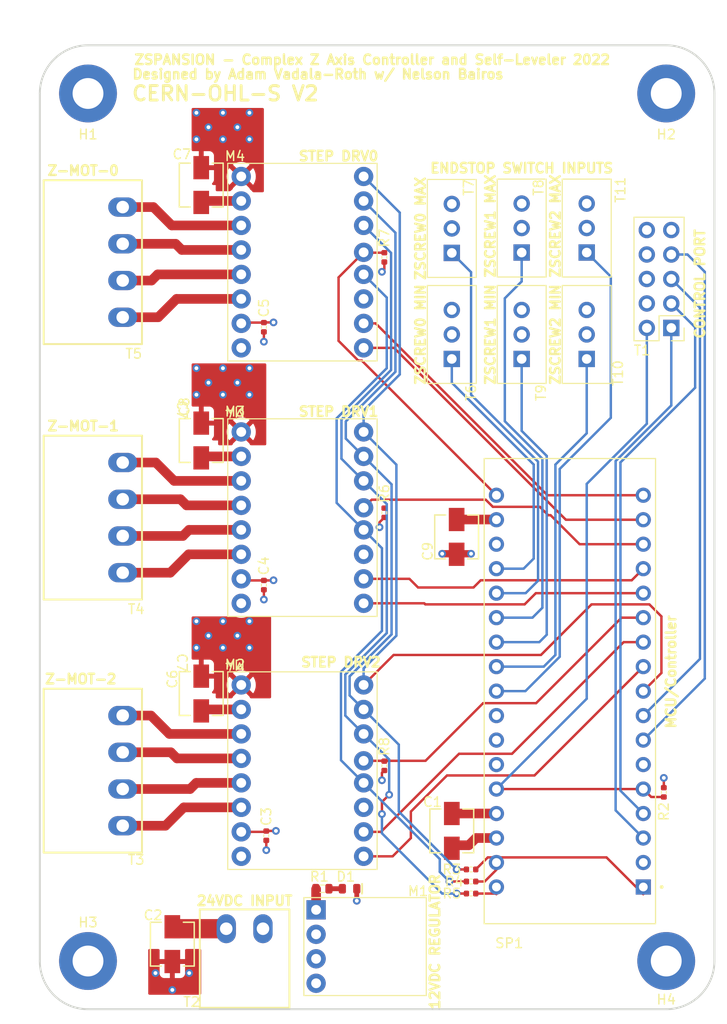
<source format=kicad_pcb>
(kicad_pcb (version 20221018) (generator pcbnew)
  (layers (0 "F.Cu" signal) (1 "In1.Cu" signal) (2 "In2.Cu" signal) (31 "B.Cu" signal) (34 "B.Paste" user) (35 "F.Paste" user) (36 "B.SilkS" user "B.Silkscreen") (37 "F.SilkS" user "F.Silkscreen") (38 "B.Mask" user) (39 "F.Mask" user) (44 "Edge.Cuts" user))
  (net 0 "")
  (net 1 "+12V")
  (net 2 "GND")
  (net 3 "+24V")
  (net 4 "+3V3")
  (net 5 "Net-(D1-Pad1)")
  (net 7 "/SPI_SDO")
  (net 8 "/SPI_CS0")
  (net 10 "/DRV1_STEP")
  (net 11 "/DRV1_DIR")
  (net 12 "/SPI_SDI")
  (net 13 "/SPI_SCK")
  (net 14 "/ENABLE")
  (net 15 "Net-(M2-Pad13)")
  (net 16 "Net-(M2-Pad11)")
  (net 17 "Net-(M2-Pad14)")
  (net 18 "Net-(M2-Pad12)")
  (net 19 "/SPI_CS1")
  (net 21 "/DRV2_STEP")
  (net 22 "/DRV2_DIR")
  (net 23 "Net-(M3-Pad13)")
  (net 24 "Net-(M3-Pad11)")
  (net 25 "Net-(M3-Pad14)")
  (net 26 "Net-(M3-Pad12)")
  (net 27 "/SPI_CS2")
  (net 29 "/DRV3_STEP")
  (net 30 "/DRV3_DIR")
  (net 31 "Net-(M4-Pad13)")
  (net 32 "Net-(M4-Pad11)")
  (net 33 "Net-(M4-Pad14)")
  (net 34 "Net-(M4-Pad12)")
  (net 36 "/UART_TX")
  (net 37 "/UART_RX")
  (net 38 "/SYS_RESET")
  (net 39 "/MASTER_STEP")
  (net 40 "/MASTER_DIR")
  (net 41 "Net-(SP1-Pad21)")
  (net 43 "Net-(SP1-Pad22)")
  (net 44 "Net-(SP1-Pad23)")
  (net 45 "Net-(SP1-Pad24)")
  (net 46 "Net-(SP1-Pad25)")
  (net 47 "Net-(SP1-Pad26)")
  (net 52 "GNDREF")
  (net 53 "Net-(M2-Pad4)")
  (net 54 "Net-(M2-Pad6)")
  (net 55 "Net-(M2-Pad7)")
  (footprint "AVR-KiCAD-Lib-Resistors:R0402" (layer "F.Cu") (at 135.75 98.5 -90)
    (fp_text reference "R6")
    (fp_text value "RC0402FR-0710KL")
  )
  (footprint "AVR-KiCAD-Lib-Holes_Fasteners:M3_HOLE" (layer "F.Cu") (at 165 145)
    (fp_text reference "H4")
    (fp_text value "M3_Plated_Hole")
  )
  (footprint "AVR-KiCAD-Lib-Holes_Fasteners:M3_HOLE" (layer "F.Cu") (at 105 55)
    (fp_text reference "H1")
    (fp_text value "M3_Plated_Hole")
  )
  (footprint "AVR-KiCAD-Lib-Diodes:LED0603" (layer "F.Cu") (at 132.14 137.5)
    (fp_text reference "D1")
    (fp_text value "LTST-C194KGKT")
  )
  (footprint "AVR-KiCAD-Lib-Capacitors:UCM1C470MCL1GS" (layer "F.Cu") (at 116.75 117.25 -90)
    (fp_text reference "C6")
    (fp_text value "UCM1C470MCL1GS" hide)
  )
  (footprint "AVR-KiCAD-Lib-Resistors:R0603" (layer "F.Cu") (at 129.32 137.5)
    (fp_text reference "R1")
    (fp_text value "AT0603FRE0710KL")
  )
  (footprint "AVR-KiCAD-Lib-Resistors:R0402" (layer "F.Cu") (at 164.75 127.5 90)
    (fp_text reference "R2")
    (fp_text value "RC0402FR-071KL")
  )
  (footprint "AVR-KiCAD-Lib-Capacitors:UCM1C470MCL1GS" (layer "F.Cu") (at 116.75 91 -90)
    (fp_text reference "C8")
    (fp_text value "UCM1C470MCL1GS" hide)
  )
  (footprint "AVR-KiCAD-Lib-Resistors:R0402" (layer "F.Cu") (at 144.75 138 180)
    (fp_text reference "R5")
    (fp_text value "RC0402FR-0722RL")
  )
  (footprint "AVR-KiCAD-Lib-Connectors:Shrouded_Pin_Header_Straight_1x03_Pitch2.54mm" (layer "F.Cu") (at 156.75 82.54 180)
    (fp_text reference "T10")
    (fp_text value "0705430002")
  )
  (footprint "AVR-KiCAD-Lib-Resistors:R0402" (layer "F.Cu") (at 123.5 132 -90)
    (fp_text reference "C3")
    (fp_text value "C0402C104K9PACTU")
  )
  (footprint "AVR-KiCAD-Lib-Modules:TMCSILENTSTEPSTICK_SPI" (layer "F.Cu") (at 127.25 99 180)
    (fp_text reference "M3")
    (fp_text value "TMCSILENTSTEPSTICK")
  )
  (footprint "Connector_PinHeader_2.54mm:PinHeader_2x05_P2.54mm_Vertical" (layer "F.Cu") (at 165.525 79.325 180)
    (fp_text reference "T1")
    (fp_text value "PRPC005DAAN-RC")
  )
  (footprint "AVR-KiCAD-Lib-Connectors:Shrouded_Pin_Header_Straight_1x03_Pitch2.54mm" (layer "F.Cu") (at 142.75 71.54 180)
    (fp_text reference "T7")
    (fp_text value "0705430002")
  )
  (footprint "AVR-KiCAD-Lib-Capacitors:UCM1C470MCL1GS" (layer "F.Cu") (at 143.25 101 -90)
    (fp_text reference "C9")
    (fp_text value "UCM1C470MCL1GS" hide)
  )
  (footprint "AVR-KiCAD-Lib-Connectors:Shrouded_Pin_Header_Straight_1x03_Pitch2.54mm" (layer "F.Cu") (at 150 71.5 180)
    (fp_text reference "T8")
    (fp_text value "0705430002")
  )
  (footprint "AVR-KiCAD-Lib-Capacitors:UCM1C470MCL1GS" (layer "F.Cu") (at 116.75 64.5 -90)
    (fp_text reference "C7")
    (fp_text value "UCM1C470MCL1GS" hide)
  )
  (footprint "AVR-KiCAD-Lib-Connectors:0395121004" (layer "F.Cu") (at 108.6 72.5 -90)
    (fp_text reference "T5")
    (fp_text value "0395121004")
  )
  (footprint "AVR-KiCAD-Lib-Resistors:R0402" (layer "F.Cu") (at 135.75 124.75 -90)
    (fp_text reference "R8")
    (fp_text value "RC0402FR-0710KL")
  )
  (footprint "AVR-KiCAD-Lib-Modules:TMCSILENTSTEPSTICK_SPI" (layer "F.Cu") (at 127.25 125.25 180)
    (fp_text reference "M2")
    (fp_text value "TMCSILENTSTEPSTICK")
  )
  (footprint "AVR-KiCAD-Lib-Capacitors:UCM1C470MCL1GS" (layer "F.Cu") (at 142.75 131.5 90)
    (fp_text reference "C1")
    (fp_text value "UCM1C470MCL1GS" hide)
  )
  (footprint "AVR-KiCAD-Lib-Resistors:R0402" (layer "F.Cu") (at 144.75 136.75 180)
    (fp_text reference "R4")
    (fp_text value "RC0402FR-0722RL")
  )
  (footprint "AVR-KiCAD-Lib-Resistors:R0402" (layer "F.Cu") (at 123.25 106 -90)
    (fp_text reference "C4")
    (fp_text value "C0402C104K9PACTU")
  )
  (footprint "AVR-KiCAD-Lib-Resistors:R0402" (layer "F.Cu") (at 123.25 79.25 -90)
    (fp_text reference "C5")
    (fp_text value "C0402C104K9PACTU")
  )
  (footprint "AVR-KiCAD-Lib-Special:ARDUINO_A000053" (layer "F.Cu") (at 155 117 180)
    (fp_text reference "SP1")
    (fp_text value "Arduino_Micro")
  )
  (footprint "AVR-KiCAD-Lib-Resistors:R0402" (layer "F.Cu") (at 144.75 135.5 180)
    (fp_text reference "R3")
    (fp_text value "RC0402FR-0722RL")
  )
  (footprint "AVR-KiCAD-Lib-Connectors:0395121004" (layer "F.Cu") (at 108.6 99 -90)
    (fp_text reference "T4")
    (fp_text value "0395121004")
  )
  (footprint "AVR-KiCAD-Lib-Modules:TMCSILENTSTEPSTICK_SPI" (layer "F.Cu") (at 127.25 72.5 180)
    (fp_text reference "M4")
    (fp_text value "TMCSILENTSTEPSTICK")
  )
  (footprint "AVR-KiCAD-Lib-Holes_Fasteners:M3_HOLE" (layer "F.Cu") (at 105 145)
    (fp_text reference "H3")
    (fp_text value "M3_Plated_Hole")
  )
  (footprint "AVR-KiCAD-Lib-Connectors:0395121004" (layer "F.Cu") (at 108.6 125.25 -90)
    (fp_text reference "T3")
    (fp_text value "0395121004")
  )
  (footprint "AVR-KiCAD-Lib-Connectors:Shrouded_Pin_Header_Straight_1x03_Pitch2.54mm" (layer "F.Cu") (at 150 82.54 180)
    (fp_text reference "T9")
    (fp_text value "0705430002")
  )
  (footprint "AVR-KiCAD-Lib-Connectors:0395121002" (layer "F.Cu") (at 121.25 141.65)
    (fp_text reference "T2")
    (fp_text value "0395121002")
  )
  (footprint "AVR-KiCAD-Lib-Holes_Fasteners:M3_HOLE" (layer "F.Cu") (at 165 55)
    (fp_text reference "H2")
    (fp_text value "M3_Plated_Hole")
  )
  (footprint "AVR-KiCAD-Lib-Connectors:Shrouded_Pin_Header_Straight_1x03_Pitch2.54mm" (layer "F.Cu") (at 156.75 71.5 180)
    (fp_text reference "T11")
    (fp_text value "0705430002")
  )
  (footprint "AVR-KiCAD-Lib-Connectors:Shrouded_Pin_Header_Straight_1x03_Pitch2.54mm" (layer "F.Cu") (at 142.75 82.54 180)
    (fp_text reference "T6")
    (fp_text value "0705430002")
  )
  (footprint "AVR-KiCAD-Lib-Capacitors:UCM1C470MCL1GS" (layer "F.Cu") (at 113.75 143.25 -90)
    (fp_text reference "C2")
    (fp_text value "UCM1C470MCL1GS" hide)
  )
  (footprint "AVR-KiCAD-Lib-Modules:D24V5F12" (layer "F.Cu") (at 128.67 139.69 -90)
    (fp_text reference "M1")
    (fp_text value "D24V5F12")
  )
  (footprint "AVR-KiCAD-Lib-Resistors:R0402" (layer "F.Cu") (at 135.75 72 -90)
    (fp_text reference "R7")
    (fp_text value "RC0402FR-0710KL")
  )
  (gr_line (start 170 145) (end 170 55) (stroke (width 0.2)) (layer "Edge.Cuts"))
  (gr_arc (start 105 150) (mid 101.464466 148.535534) (end 100 145) (stroke (width 0.2)) (layer "Edge.Cuts"))
  (gr_line (start 100 145) (end 100 55) (stroke (width 0.2)) (layer "Edge.Cuts"))
  (gr_line (start 105 150) (end 165 150) (stroke (width 0.2)) (layer "Edge.Cuts"))
  (gr_arc (start 170 145) (mid 168.535534 148.535534) (end 165 150) (stroke (width 0.2)) (layer "Edge.Cuts"))
  (gr_line (start 105 50) (end 165 50) (stroke (width 0.2)) (layer "Edge.Cuts"))
  (gr_arc (start 165 50) (mid 168.535534 51.464466) (end 170 55) (stroke (width 0.2)) (layer "Edge.Cuts"))
  (gr_arc (start 100 55) (mid 101.464466 51.464466) (end 105 50) (stroke (width 0.2)) (layer "Edge.Cuts"))
  (gr_text "ZSCREW1 MAX" (at 146.75 68.75 90) (layer "F.SilkS") (effects (font (size 1 1) (thickness 0.25))))
  (gr_text "ENDSTOP SWITCH INPUTS" (at 150 62.75) (layer "F.SilkS") (effects (font (size 1 1) (thickness 0.25))))
  (gr_text "ZSCREW0 MIN" (at 139.5 80 90) (layer "F.SilkS") (effects (font (size 1 1) (thickness 0.25))))
  (gr_text "M4" (at 120.25 114.25 -180) (layer "F.SilkS") (effects (font (size 1 1))))
  (gr_text "Z-MOT-0" (at 104.5 63) (layer "F.SilkS") (effects (font (size 1 1) (thickness 0.25))))
  (gr_text "Z-MOT-2" (at 104.25 115.75) (layer "F.SilkS") (effects (font (size 1 1) (thickness 0.25))))
  (gr_text "STEP DRV0" (at 131 61.5) (layer "F.SilkS") (effects (font (size 1 1) (thickness 0.25))))
  (gr_text "CERN-OHL-S V2" (at 119.25 55) (layer "F.SilkS") (effects (font (size 1.5 1.5) (thickness 0.3))))
  (gr_text "C7" (at 114.75 114.0534 270) (layer "F.SilkS") (effects (font (size 1 1))))
  (gr_text "Z-MOT-1" (at 104.5 89.5) (layer "F.SilkS") (effects (font (size 1 1) (thickness 0.25))))
  (gr_text "STEP DRV1" (at 131 88) (layer "F.SilkS") (effects (font (size 1 1) (thickness 0.25))))
  (gr_text "12VDC REGULATOR" (at 141 143 90) (layer "F.SilkS") (effects (font (size 1 1) (thickness 0.25))))
  (gr_text "ZSCREW2 MIN" (at 153.5 80 90) (layer "F.SilkS") (effects (font (size 1 1) (thickness 0.25))))
  (gr_text "M4" (at 120.25 88 -180) (layer "F.SilkS") (effects (font (size 1 1))))
  (gr_text "C7" (at 114.75 87.8034 270) (layer "F.SilkS") (effects (font (size 1 1))))
  (gr_text "ZSCREW2 MAX" (at 153.5 68.75 90) (layer "F.SilkS") (effects (font (size 1 1) (thickness 0.25))))
  (gr_text "ZSPANSION - Complex Z Axis Controller and Self-Leveler 2022" (at 134.5 51.5) (layer "F.SilkS") (effects (font (size 1 1) (thickness 0.25))))
  (gr_text "STEP DRV2" (at 131.25 114) (layer "F.SilkS") (effects (font (size 1 1) (thickness 0.25))))
  (gr_text "24VDC INPUT" (at 121.25 138.75) (layer "F.SilkS") (effects (font (size 1 1) (thickness 0.25))))
  (gr_text "CONTROL PORT" (at 168.5 74.75 90) (layer "F.SilkS") (effects (font (size 1 1) (thickness 0.25))))
  (gr_text "ZSCREW1 MIN" (at 146.75 80 90) (layer "F.SilkS") (effects (font (size 1 1) (thickness 0.25))))
  (gr_text "ZSCREW0 MAX" (at 139.5 69 90) (layer "F.SilkS") (effects (font (size 1 1) (thickness 0.25))))
  (gr_text "MCU/Controller" (at 165.5 115 90) (layer "F.SilkS") (effects (font (size 1 1) (thickness 0.25))))
  (gr_text "Designed by Adam Vadala-Roth w/ Nelson Bairos " (at 129.25 53) (layer "F.SilkS") (effects (font (size 1 1) (thickness 0.25))))
  (segment (start 147.38 132.24) (end 145.26 132.24) (width 1) (layer "F.Cu") (net 1))
  (segment (start 128.67 139.69) (end 128.67 137.53) (width 1) (layer "F.Cu") (net 1))
  (segment (start 145.26 132.24) (end 144.51 132.99) (width 1) (layer "F.Cu") (net 1))
  (segment (start 128.67 137.53) (end 128.64 137.5) (width 0.25) (layer "F.Cu") (net 1))
  (segment (start 144.51 132.99) (end 143.0634 132.99) (width 1) (layer "F.Cu") (net 1))
  (segment (start 143.0634 132.99) (end 142.75 133.3034) (width 0.25) (layer "F.Cu") (net 1))
  (segment (start 123.25 107.5) (end 123.25 106.483) (width 0.25) (layer "F.Cu") (net 2))
  (segment (start 120.9 66.15) (end 116.9034 66.15) (width 1) (layer "F.Cu") (net 2))
  (segment (start 123.5 133.5) (end 123.5 132.483) (width 0.25) (layer "F.Cu") (net 2))
  (segment (start 147.38 129.7) (end 147.3766 129.6966) (width 1) (layer "F.Cu") (net 2))
  (segment (start 116.9034 66.15) (end 116.75 66.3034) (width 0.25) (layer "F.Cu") (net 2))
  (segment (start 116.9034 92.65) (end 116.75 92.8034) (width 0.25) (layer "F.Cu") (net 2))
  (segment (start 120.9 92.65) (end 116.9034 92.65) (width 1) (layer "F.Cu") (net 2))
  (segment (start 132.89 137.5) (end 132.89 138.75) (width 0.5) (layer "F.Cu") (net 2))
  (segment (start 116.9034 118.9) (end 116.75 119.0534) (width 0.25) (layer "F.Cu") (net 2))
  (segment (start 123.25 79.733) (end 123.25 80.75) (width 0.25) (layer "F.Cu") (net 2))
  (segment (start 120.9 118.9) (end 116.9034 118.9) (width 1) (layer "F.Cu") (net 2))
  (segment (start 141.75 102.75) (end 144.75 102.75) (width 0.75) (layer "F.Cu") (net 2))
  (segment (start 147.3766 129.6966) (end 142.75 129.6966) (width 1) (layer "F.Cu") (net 2))
  (via (at 113.75 148) (size 0.8) (drill 0.4) (layers "F.Cu" "B.Cu") (net 2))
  (via (at 112 146.25) (size 0.8) (drill 0.4) (layers "F.Cu" "B.Cu") (net 2))
  (via (at 115.5 146.25) (size 0.8) (drill 0.4) (layers "F.Cu" "B.Cu") (net 2))
  (via (at 132.89 138.75) (size 0.8) (drill 0.4) (layers "F.Cu" "B.Cu") (net 2))
  (via (at 123.5 133.5) (size 0.8) (drill 0.4) (layers "F.Cu" "B.Cu") (net 2))
  (via (at 144.75 102.75) (size 0.8) (drill 0.4) (layers "F.Cu" "B.Cu") (net 2))
  (via (at 141.75 102.75) (size 0.8) (drill 0.4) (layers "F.Cu" "B.Cu") (net 2))
  (via (at 123.25 107.5) (size 0.8) (drill 0.4) (layers "F.Cu" "B.Cu") (net 2))
  (via (at 123.25 80.75) (size 0.8) (drill 0.4) (layers "F.Cu" "B.Cu") (net 2))
  (segment (start 113.9534 141.65) (end 119.345 141.65) (width 2) (layer "F.Cu") (net 3))
  (segment (start 113.75 141.4466) (end 113.9534 141.65) (width 0.25) (layer "F.Cu") (net 3))
  (via (at 121.75 86.25) (size 0.8) (drill 0.4) (layers "F.Cu" "B.Cu") (net 3))
  (via (at 116.25 83.5) (size 0.8) (drill 0.4) (layers "F.Cu" "B.Cu") (net 3))
  (via (at 121.75 57) (size 0.8) (drill 0.4) (layers "F.Cu" "B.Cu") (net 3))
  (via (at 121.75 83.5) (size 0.8) (drill 0.4) (layers "F.Cu" "B.Cu") (net 3))
  (via (at 119 109.75) (size 0.8) (drill 0.4) (layers "F.Cu" "B.Cu") (net 3))
  (via (at 116.25 109.75) (size 0.8) (drill 0.4) (layers "F.Cu" "B.Cu") (net 3))
  (via (at 117.5 58.5) (size 0.8) (drill 0.4) (layers "F.Cu" "B.Cu") (net 3))
  (via (at 117.5 111.25) (size 0.8) (drill 0.4) (layers "F.Cu" "B.Cu") (net 3))
  (via (at 119 86.25) (size 0.8) (drill 0.4) (layers "F.Cu" "B.Cu") (net 3))
  (via (at 120.5 111.25) (size 0.8) (drill 0.4) (layers "F.Cu" "B.Cu") (net 3))
  (via (at 117.5 85) (size 0.8) (drill 0.4) (layers "F.Cu" "B.Cu") (net 3))
  (via (at 119 57) (size 0.8) (drill 0.4) (layers "F.Cu" "B.Cu") (net 3))
  (via (at 121.75 109.75) (size 0.8) (drill 0.4) (layers "F.Cu" "B.Cu") (net 3))
  (via (at 119 59.75) (size 0.8) (drill 0.4) (layers "F.Cu" "B.Cu") (net 3))
  (via (at 120.5 58.5) (size 0.8) (drill 0.4) (layers "F.Cu" "B.Cu") (net 3))
  (via (at 119 83.5) (size 0.8) (drill 0.4) (layers "F.Cu" "B.Cu") (net 3))
  (via (at 116.25 86.25) (size 0.8) (drill 0.4) (layers "F.Cu" "B.Cu") (net 3))
  (via (at 116.25 112.5) (size 0.8) (drill 0.4) (layers "F.Cu" "B.Cu") (net 3))
  (via (at 119 112.5) (size 0.8) (drill 0.4) (layers "F.Cu" "B.Cu") (net 3))
  (via (at 116.25 57) (size 0.8) (drill 0.4) (layers "F.Cu" "B.Cu") (net 3))
  (via (at 121.75 59.75) (size 0.8) (drill 0.4) (layers "F.Cu" "B.Cu") (net 3))
  (via (at 120.5 85) (size 0.8) (drill 0.4) (layers "F.Cu" "B.Cu") (net 3))
  (via (at 116.25 59.75) (size 0.8) (drill 0.4) (layers "F.Cu" "B.Cu") (net 3))
  (via (at 121.75 112.5) (size 0.8) (drill 0.4) (layers "F.Cu" "B.Cu") (net 3))
  (segment (start 147.3566 99.1966) (end 143.25 99.1966) (width 1) (layer "F.Cu") (net 4))
  (segment (start 135.75 73.25) (end 135.75 72.483) (width 0.25) (layer "F.Cu") (net 4))
  (segment (start 123.25 105.517) (end 121.067 105.517) (width 0.25) (layer "F.Cu") (net 4))
  (segment (start 123.25 78.767) (end 120.983 78.767) (width 0.25) (layer "F.Cu") (net 4))
  (segment (start 135.25 99.483) (end 135.75 98.983) (width 0.25) (layer "F.Cu") (net 4))
  (segment (start 120.983 78.767) (end 120.9 78.85) (width 0.25) (layer "F.Cu") (net 4))
  (segment (start 121.067 105.517) (end 120.9 105.35) (width 0.25) (layer "F.Cu") (net 4))
  (segment (start 124.25 78.75) (end 123.267 78.75) (width 0.25) (layer "F.Cu") (net 4))
  (segment (start 123.25 105.517) (end 124.233 105.517) (width 0.25) (layer "F.Cu") (net 4))
  (segment (start 123.267 78.75) (end 123.25 78.767) (width 0.25) (layer "F.Cu") (net 4))
  (segment (start 147.38 99.22) (end 147.3566 99.1966) (width 1) (layer "F.Cu") (net 4))
  (segment (start 123.517 131.5) (end 123.5 131.517) (width 0.25) (layer "F.Cu") (net 4))
  (segment (start 123.5 131.517) (end 123.417 131.6) (width 0.25) (layer "F.Cu") (net 4))
  (segment (start 124.5 131.5) (end 123.517 131.5) (width 0.25) (layer "F.Cu") (net 4))
  (segment (start 164.75 127.017) (end 164.75 126) (width 0.25) (layer "F.Cu") (net 4))
  (segment (start 135.5 125.483) (end 135.75 125.233) (width 0.25) (layer "F.Cu") (net 4))
  (segment (start 124.233 105.517) (end 124.25 105.5) (width 0.25) (layer "F.Cu") (net 4))
  (segment (start 135.5 73.5) (end 135.75 73.25) (width 0.25) (layer "F.Cu") (net 4))
  (segment (start 135.25 100) (end 135.25 99.483) (width 0.25) (layer "F.Cu") (net 4))
  (segment (start 135.5 126.25) (end 135.5 125.483) (width 0.25) (layer "F.Cu") (net 4))
  (segment (start 123.417 131.6) (end 120.9 131.6) (width 0.25) (layer "F.Cu") (net 4))
  (via (at 124.5 131.5) (size 0.8) (drill 0.4) (layers "F.Cu" "B.Cu") (net 4))
  (via (at 135.25 100) (size 0.8) (drill 0.4) (layers "F.Cu" "B.Cu") (net 4))
  (via (at 124.25 105.5) (size 0.8) (drill 0.4) (layers "F.Cu" "B.Cu") (net 4))
  (via (at 135.5 126.25) (size 0.8) (drill 0.4) (layers "F.Cu" "B.Cu") (net 4))
  (via (at 124.25 78.75) (size 0.8) (drill 0.4) (layers "F.Cu" "B.Cu") (net 4))
  (via (at 164.75 126) (size 0.8) (drill 0.4) (layers "F.Cu" "B.Cu") (net 4))
  (via (at 135.5 73.5) (size 0.8) (drill 0.4) (layers "F.Cu" "B.Cu") (net 4))
  (segment (start 130 137.5) (end 131.39 137.5) (width 0.5) (layer "F.Cu") (net 5))
  (segment (start 145.233 136.75) (end 146.16 136.75) (width 0.25) (layer "F.Cu") (net 7))
  (segment (start 146.16 136.75) (end 147.38 135.53) (width 0.25) (layer "F.Cu") (net 7))
  (segment (start 151.5 118.25) (end 160.37 109.38) (width 0.25) (layer "F.Cu") (net 8))
  (segment (start 140.02 124.23) (end 146 118.25) (width 0.25) (layer "F.Cu") (net 8))
  (segment (start 160.37 109.38) (end 162.62 109.38) (width 0.25) (layer "F.Cu") (net 8))
  (segment (start 146 118.25) (end 151.5 118.25) (width 0.25) (layer "F.Cu") (net 8))
  (segment (start 133.6 124.23) (end 140.02 124.23) (width 0.25) (layer "F.Cu") (net 8))
  (segment (start 133.6 131.6) (end 135.4 131.6) (width 0.25) (layer "F.Cu") (net 10))
  (segment (start 160.58 111.92) (end 162.62 111.92) (width 0.25) (layer "F.Cu") (net 10))
  (segment (start 149 123.5) (end 160.58 111.92) (width 0.25) (layer "F.Cu") (net 10))
  (segment (start 135.4 131.6) (end 143.5 123.5) (width 0.25) (layer "F.Cu") (net 10))
  (segment (start 143.5 123.5) (end 149 123.5) (width 0.25) (layer "F.Cu") (net 10))
  (segment (start 133.6 134.14) (end 136.61 134.14) (width 0.25) (layer "F.Cu") (net 11))
  (segment (start 138.5 132.25) (end 138.5 129.5) (width 0.25) (layer "F.Cu") (net 11))
  (segment (start 151.33 125.75) (end 162.62 114.46) (width 0.25) (layer "F.Cu") (net 11))
  (segment (start 138.5 129.5) (end 142.25 125.75) (width 0.25) (layer "F.Cu") (net 11))
  (segment (start 136.61 134.14) (end 138.5 132.25) (width 0.25) (layer "F.Cu") (net 11))
  (segment (start 142.25 125.75) (end 151.33 125.75) (width 0.25) (layer "F.Cu") (net 11))
  (segment (start 145.233 138) (end 147.31 138) (width 0.25) (layer "F.Cu") (net 12))
  (segment (start 147.31 138) (end 147.38 138.07) (width 0.25) (layer "F.Cu") (net 12))
  (segment (start 145.233 135.5) (end 146.483 134.25) (width 0.25) (layer "F.Cu") (net 13))
  (segment (start 158.8 134.25) (end 162.62 138.07) (width 0.25) (layer "F.Cu") (net 13))
  (segment (start 146.483 134.25) (end 158.8 134.25) (width 0.25) (layer "F.Cu") (net 13))
  (segment (start 164.5 115.12) (end 164.5 109.25) (width 0.25) (layer "F.Cu") (net 14))
  (segment (start 152 113.25) (end 136.71 113.25) (width 0.25) (layer "F.Cu") (net 14))
  (segment (start 163.25 108) (end 157.25 108) (width 0.25) (layer "F.Cu") (net 14))
  (segment (start 164.5 109.25) (end 163.25 108) (width 0.25) (layer "F.Cu") (net 14))
  (segment (start 157.25 108) (end 152 113.25) (width 0.25) (layer "F.Cu") (net 14))
  (segment (start 136.71 113.25) (end 133.6 116.36) (width 0.25) (layer "F.Cu") (net 14))
  (segment (start 162.62 117) (end 164.5 115.12) (width 0.25) (layer "F.Cu") (net 14))
  (segment (start 133.6 90.11) (end 133.6 87.9) (width 0.25) (layer "B.Cu") (net 14))
  (segment (start 137.348531 84.151469) (end 137.348531 67.358531) (width 0.25) (layer "B.Cu") (net 14))
  (segment (start 137 111.25) (end 137 93.51) (width 0.25) (layer "B.Cu") (net 14))
  (segment (start 133.6 116.36) (end 133.6 114.65) (width 0.25) (layer "B.Cu") (net 14))
  (segment (start 133.6 87.9) (end 137.348531 84.151469) (width 0.25) (layer "B.Cu") (net 14))
  (segment (start 137 93.51) (end 133.6 90.11) (width 0.25) (layer "B.Cu") (net 14))
  (segment (start 133.6 114.65) (end 137 111.25) (width 0.25) (layer "B.Cu") (net 14))
  (segment (start 137.348531 67.358531) (end 133.6 63.61) (width 0.25) (layer "B.Cu") (net 14))
  (segment (start 115.595 127.155) (end 116.23 126.52) (width 1) (layer "F.Cu") (net 15))
  (segment (start 116.23 126.52) (end 120.9 126.52) (width 1) (layer "F.Cu") (net 15))
  (segment (start 108.6 127.155) (end 115.595 127.155) (width 1) (layer "F.Cu") (net 15))
  (segment (start 113.44 121.44) (end 111.535 119.535) (width 1) (layer "F.Cu") (net 16))
  (segment (start 111.535 119.535) (end 108.6 119.535) (width 1) (layer "F.Cu") (net 16))
  (segment (start 120.9 121.44) (end 113.44 121.44) (width 1) (layer "F.Cu") (net 16))
  (segment (start 113.035 130.965) (end 114.94 129.06) (width 1) (layer "F.Cu") (net 17))
  (segment (start 108.6 130.965) (end 113.035 130.965) (width 1) (layer "F.Cu") (net 17))
  (segment (start 114.94 129.06) (end 120.9 129.06) (width 1) (layer "F.Cu") (net 17))
  (segment (start 120.9 123.98) (end 114.23 123.98) (width 1) (layer "F.Cu") (net 18))
  (segment (start 114.23 123.98) (end 113.595 123.345) (width 1) (layer "F.Cu") (net 18))
  (segment (start 113.595 123.345) (end 108.6 123.345) (width 1) (layer "F.Cu") (net 18))
  (segment (start 151.87952 97.87952) (end 147.007039 97.87952) (width 0.25) (layer "F.Cu") (net 19))
  (segment (start 156.01 101.76) (end 153 98.75) (width 0.25) (layer "F.Cu") (net 19))
  (segment (start 152.75 98.75) (end 151.87952 97.87952) (width 0.25) (layer "F.Cu") (net 19))
  (segment (start 153 98.75) (end 152.75 98.75) (width 0.25) (layer "F.Cu") (net 19))
  (segment (start 146.268089 97.14057) (end 134.43943 97.14057) (width 0.25) (layer "F.Cu") (net 19))
  (segment (start 162.62 101.76) (end 156.01 101.76) (width 0.25) (layer "F.Cu") (net 19))
  (segment (start 134.43943 97.14057) (end 133.6 97.98) (width 0.25) (layer "F.Cu") (net 19))
  (segment (start 147.007039 97.87952) (end 146.268089 97.14057) (width 0.25) (layer "F.Cu") (net 19))
  (segment (start 161.42 105.5) (end 162.62 104.3) (width 0.25) (layer "F.Cu") (net 21))
  (segment (start 139.25 106.25) (end 145 106.25) (width 0.25) (layer "F.Cu") (net 21))
  (segment (start 133.6 105.35) (end 138.35 105.35) (width 0.25) (layer "F.Cu") (net 21))
  (segment (start 138.35 105.35) (end 139.25 106.25) (width 0.25) (layer "F.Cu") (net 21))
  (segment (start 145 106.25) (end 145.75 105.5) (width 0.25) (layer "F.Cu") (net 21))
  (segment (start 145.75 105.5) (end 161.42 105.5) (width 0.25) (layer "F.Cu") (net 21))
  (segment (start 140 108) (end 150.307148 108) (width 0.25) (layer "F.Cu") (net 22))
  (segment (start 151.467148 106.84) (end 162.62 106.84) (width 0.25) (layer "F.Cu") (net 22))
  (segment (start 139.89 107.89) (end 140 108) (width 0.25) (layer "F.Cu") (net 22))
  (segment (start 150.307148 108) (end 151.467148 106.84) (width 0.25) (layer "F.Cu") (net 22))
  (segment (start 133.6 107.89) (end 139.89 107.89) (width 0.25) (layer "F.Cu") (net 22))
  (segment (start 108.6 100.905) (end 114.845 100.905) (width 1) (layer "F.Cu") (net 23))
  (segment (start 115.48 100.27) (end 120.9 100.27) (width 1) (layer "F.Cu") (net 23))
  (segment (start 114.845 100.905) (end 115.48 100.27) (width 1) (layer "F.Cu") (net 23))
  (segment (start 120.9 95.19) (end 113.94 95.19) (width 1) (layer "F.Cu") (net 24))
  (segment (start 112.035 93.285) (end 108.6 93.285) (width 1) (layer "F.Cu") (net 24))
  (segment (start 113.94 95.19) (end 112.035 93.285) (width 1) (layer "F.Cu") (net 24))
  (segment (start 113.535 104.715) (end 108.6 104.715) (width 1) (layer "F.Cu") (net 25))
  (segment (start 120.9 102.81) (end 115.44 102.81) (width 1) (layer "F.Cu") (net 25))
  (segment (start 115.44 102.81) (end 113.535 104.715) (width 1) (layer "F.Cu") (net 25))
  (segment (start 115.23 97.73) (end 120.9 97.73) (width 1) (layer "F.Cu") (net 26))
  (segment (start 108.6 97.095) (end 114.595 97.095) (width 1) (layer "F.Cu") (net 26))
  (segment (start 114.595 97.095) (end 115.23 97.73) (width 1) (layer "F.Cu") (net 26))
  (segment (start 135.75 71.517) (end 133.637 71.517) (width 0.25) (layer "F.Cu") (net 27))
  (segment (start 133.051368 82.714511) (end 131 80.663143) (width 0.25) (layer "F.Cu") (net 27))
  (segment (start 133.637 71.517) (end 133.6 71.48) (width 0.25) (layer "F.Cu") (net 27))
  (segment (start 131 80.663143) (end 131 74.08) (width 0.25) (layer "F.Cu") (net 27))
  (segment (start 133.414511 82.714511) (end 133.051368 82.714511) (width 0.25) (layer "F.Cu") (net 27))
  (segment (start 131 74.08) (end 133.6 71.48) (width 0.25) (layer "F.Cu") (net 27))
  (segment (start 147.38 96.68) (end 133.414511 82.714511) (width 0.25) (layer "F.Cu") (net 27))
  (segment (start 152.68 96.68) (end 162.62 96.68) (width 0.25) (layer "F.Cu") (net 29))
  (segment (start 133.6 78.85) (end 134.85 78.85) (width 0.25) (layer "F.Cu") (net 29))
  (segment (start 134.85 78.85) (end 152.68 96.68) (width 0.25) (layer "F.Cu") (net 29))
  (segment (start 154.584296 99.22) (end 162.62 99.22) (width 0.25) (layer "F.Cu") (net 30))
  (segment (start 136.754296 81.39) (end 154.584296 99.22) (width 0.25) (layer "F.Cu") (net 30))
  (segment (start 133.6 81.39) (end 136.754296 81.39) (width 0.25) (layer "F.Cu") (net 30))
  (segment (start 120.9 73.77) (end 112.23 73.77) (width 1) (layer "F.Cu") (net 31))
  (segment (start 111.595 74.405) (end 108.6 74.405) (width 1) (layer "F.Cu") (net 31))
  (segment (start 112.23 73.77) (end 111.595 74.405) (width 1) (layer "F.Cu") (net 31))
  (segment (start 111.785 66.785) (end 108.6 66.785) (width 1) (layer "F.Cu") (net 32))
  (segment (start 113.69 68.69) (end 111.785 66.785) (width 1) (layer "F.Cu") (net 32))
  (segment (start 120.9 68.69) (end 113.69 68.69) (width 1) (layer "F.Cu") (net 32))
  (segment (start 114.19 76.31) (end 112.285 78.215) (width 1) (layer "F.Cu") (net 33))
  (segment (start 112.285 78.215) (end 108.6 78.215) (width 1) (layer "F.Cu") (net 33))
  (segment (start 120.9 76.31) (end 114.19 76.31) (width 1) (layer "F.Cu") (net 33))
  (segment (start 114.73 71.23) (end 114.095 70.595) (width 1) (layer "F.Cu") (net 34))
  (segment (start 114.095 70.595) (end 108.6 70.595) (width 1) (layer "F.Cu") (net 34))
  (segment (start 120.9 71.23) (end 114.73 71.23) (width 1) (layer "F.Cu") (net 34))
  (segment (start 159.75 129.37) (end 159.75 93.135704) (width 0.25) (layer "B.Cu") (net 36))
  (segment (start 159.75 93.135704) (end 165.525 87.360704) (width 0.25) (layer "B.Cu") (net 36))
  (segment (start 162.62 132.24) (end 159.75 129.37) (width 0.25) (layer "B.Cu") (net 36))
  (segment (start 165.525 87.360704) (end 165.525 79.325) (width 0.25) (layer "B.Cu") (net 36))
  (segment (start 160.25 93.271408) (end 160.25 127.33) (width 0.25) (layer "B.Cu") (net 37))
  (segment (start 165.525 76.785) (end 168 79.26) (width 0.25) (layer "B.Cu") (net 37))
  (segment (start 168 79.26) (end 168 85.521408) (width 0.25) (layer "B.Cu") (net 37))
  (segment (start 160.25 127.33) (end 162.62 129.7) (width 0.25) (layer "B.Cu") (net 37))
  (segment (start 168 85.521408) (end 160.25 93.271408) (width 0.25) (layer "B.Cu") (net 37))
  (segment (start 163.443 127.983) (end 164.75 127.983) (width 0.25) (layer "F.Cu") (net 38))
  (segment (start 147.38 127.16) (end 162.62 127.16) (width 0.25) (layer "F.Cu") (net 38))
  (segment (start 162.62 127.16) (end 163.443 127.983) (width 0.25) (layer "F.Cu") (net 38))
  (segment (start 156.75 95.5) (end 156.75 117.79) (width 0.25) (layer "B.Cu") (net 38))
  (segment (start 162.985 79.325) (end 162.985 89.265) (width 0.25) (layer "B.Cu") (net 38))
  (segment (start 162.985 89.265) (end 156.75 95.5) (width 0.25) (layer "B.Cu") (net 38))
  (segment (start 156.75 117.79) (end 147.38 127.16) (width 0.25) (layer "B.Cu") (net 38))
  (segment (start 167.205 71.705) (end 169 73.5) (width 0.25) (layer "B.Cu") (net 39))
  (segment (start 169 115.7) (end 162.62 122.08) (width 0.25) (layer "B.Cu") (net 39))
  (segment (start 169 73.5) (end 169 115.7) (width 0.25) (layer "B.Cu") (net 39))
  (segment (start 165.525 71.705) (end 167.205 71.705) (width 0.25) (layer "B.Cu") (net 39))
  (segment (start 162.62 119.54) (end 168.5 113.66) (width 0.25) (layer "B.Cu") (net 40))
  (segment (start 168.5 77.22) (end 165.525 74.245) (width 0.25) (layer "B.Cu") (net 40))
  (segment (start 168.5 113.66) (end 168.5 77.22) (width 0.25) (layer "B.Cu") (net 40))
  (segment (start 150.2 104.3) (end 151.25 103.25) (width 0.25) (layer "B.Cu") (net 41))
  (segment (start 142.75 85) (end 142.75 82.54) (width 0.25) (layer "B.Cu") (net 41))
  (segment (start 147.38 104.3) (end 150.2 104.3) (width 0.25) (layer "B.Cu") (net 41))
  (segment (start 151.25 93.5) (end 142.75 85) (width 0.25) (layer "B.Cu") (net 41))
  (segment (start 151.25 103.25) (end 151.25 93.5) (width 0.25) (layer "B.Cu") (net 41))
  (segment (start 144.75 86.25) (end 144.75 73.54) (width 0.25) (layer "B.Cu") (net 43))
  (segment (start 144.75 73.54) (end 142.75 71.54) (width 0.25) (layer "B.Cu") (net 43))
  (segment (start 151.69951 93.19951) (end 144.75 86.25) (width 0.25) (layer "B.Cu") (net 43))
  (segment (start 150.41 106.84) (end 151.69951 105.55049) (width 0.25) (layer "B.Cu") (net 43))
  (segment (start 151.69951 105.55049) (end 151.69951 93.19951) (width 0.25) (layer "B.Cu") (net 43))
  (segment (start 147.38 106.84) (end 150.41 106.84) (width 0.25) (layer "B.Cu") (net 43))
  (segment (start 152.149021 108.350979) (end 152.149021 92.899021) (width 0.25) (layer "B.Cu") (net 44))
  (segment (start 148.25 89) (end 148.25 76.25) (width 0.25) (layer "B.Cu") (net 44))
  (segment (start 152.149021 92.899021) (end 148.25 89) (width 0.25) (layer "B.Cu") (net 44))
  (segment (start 147.38 109.38) (end 151.12 109.38) (width 0.25) (layer "B.Cu") (net 44))
  (segment (start 150 74.5) (end 150 71.5) (width 0.25) (layer "B.Cu") (net 44))
  (segment (start 148.25 76.25) (end 150 74.5) (width 0.25) (layer "B.Cu") (net 44))
  (segment (start 151.12 109.38) (end 152.149021 108.350979) (width 0.25) (layer "B.Cu") (net 44))
  (segment (start 147.38 111.92) (end 151.83 111.92) (width 0.25) (layer "B.Cu") (net 45))
  (segment (start 152.598534 111.151466) (end 152.598534 92.598534) (width 0.25) (layer "B.Cu") (net 45))
  (segment (start 152.598534 92.598534) (end 150 90) (width 0.25) (layer "B.Cu") (net 45))
  (segment (start 150 90) (end 150 82.54) (width 0.25) (layer "B.Cu") (net 45))
  (segment (start 151.83 111.92) (end 152.598534 111.151466) (width 0.25) (layer "B.Cu") (net 45))
  (segment (start 152.29 114.46) (end 153.5 113.25) (width 0.25) (layer "B.Cu") (net 46))
  (segment (start 156.75 90.25) (end 156.75 82.54) (width 0.25) (layer "B.Cu") (net 46))
  (segment (start 153.5 113.25) (end 153.5 93.5) (width 0.25) (layer "B.Cu") (net 46))
  (segment (start 153.5 93.5) (end 156.75 90.25) (width 0.25) (layer "B.Cu") (net 46))
  (segment (start 147.38 114.46) (end 152.29 114.46) (width 0.25) (layer "B.Cu") (net 46))
  (segment (start 150.385704 117) (end 153.949511 113.436193) (width 0.25) (layer "B.Cu") (net 47))
  (segment (start 153.949511 113.436193) (end 153.949511 93.949511) (width 0.25) (layer "B.Cu") (net 47))
  (segment (start 159.25 88.649022) (end 159.25 74) (width 0.25) (layer "B.Cu") (net 47))
  (segment (start 153.949511 93.949511) (end 159.25 88.649022) (width 0.25) (layer "B.Cu") (net 47))
  (segment (start 159.25 74) (end 156.75 71.5) (width 0.25) (layer "B.Cu") (net 47))
  (segment (start 147.38 117) (end 150.385704 117) (width 0.25) (layer "B.Cu") (net 47))
  (segment (start 144.267 136.75) (end 142.5 136.75) (width 0.25) (layer "F.Cu") (net 53))
  (via (at 142.5 136.75) (size 0.8) (drill 0.4) (layers "F.Cu" "B.Cu") (net 53))
  (segment (start 131.25 124.17) (end 131.25 115) (width 0.25) (layer "B.Cu") (net 53))
  (segment (start 141.5 135.75) (end 142.5 136.75) (width 0.25) (layer "B.Cu") (net 53))
  (segment (start 136 76.17) (end 133.6 73.77) (width 0.25) (layer "B.Cu") (net 53))
  (segment (start 133.6 126.52) (end 131.25 124.17) (width 0.25) (layer "B.Cu") (net 53))
  (segment (start 135.5 102.17) (end 133.6 100.27) (width 0.25) (layer "B.Cu") (net 53))
  (segment (start 130.800489 97.470489) (end 130.800489 88.699511) (width 0.25) (layer "B.Cu") (net 53))
  (segment (start 131.25 115) (end 135.5 110.75) (width 0.25) (layer "B.Cu") (net 53))
  (segment (start 136 83.5) (end 136 76.17) (width 0.25) (layer "B.Cu") (net 53))
  (segment (start 133.6 100.27) (end 130.800489 97.470489) (width 0.25) (layer "B.Cu") (net 53))
  (segment (start 141.5 134.42) (end 141.5 135.75) (width 0.25) (layer "B.Cu") (net 53))
  (segment (start 135.5 110.75) (end 135.5 102.17) (width 0.25) (layer "B.Cu") (net 53))
  (segment (start 130.800489 88.699511) (end 136 83.5) (width 0.25) (layer "B.Cu") (net 53))
  (segment (start 133.6 126.52) (end 141.5 134.42) (width 0.25) (layer "B.Cu") (net 53))
  (segment (start 135.5 129.75) (end 135.5 128.5) (width 0.25) (layer "F.Cu") (net 54))
  (segment (start 135.5 128.5) (end 136.25 127.75) (width 0.25) (layer "F.Cu") (net 54))
  (segment (start 144.267 138) (end 143.25 138) (width 0.25) (layer "F.Cu") (net 54))
  (via (at 143.25 138) (size 0.8) (drill 0.4) (layers "F.Cu" "B.Cu") (net 54))
  (via (at 135.5 129.75) (size 0.8) (drill 0.4) (layers "F.Cu" "B.Cu") (net 54))
  (via (at 136.25 127.75) (size 0.8) (drill 0.4) (layers "F.Cu" "B.Cu") (net 54))
  (segment (start 136.44951 71.53951) (end 133.6 68.69) (width 0.25) (layer "B.Cu") (net 54))
  (segment (start 136.25 127.75) (end 136.25 124.09) (width 0.25) (layer "B.Cu") (net 54))
  (segment (start 136.449511 83.686193) (end 136.44951 71.53951) (width 0.25) (layer "B.Cu") (net 54))
  (segment (start 136 110.978592) (end 136 97.59) (width 0.25) (layer "B.Cu") (net 54))
  (segment (start 135.5 131.75) (end 135.5 129.75) (width 0.25) (layer "B.Cu") (net 54))
  (segment (start 133.6 95.19) (end 131.30049 92.89049) (width 0.25) (layer "B.Cu") (net 54))
  (segment (start 133.6 121.44) (end 131.699511 119.539511) (width 0.25) (layer "B.Cu") (net 54))
  (segment (start 131.699511 115.279081) (end 136 110.978592) (width 0.25) (layer "B.Cu") (net 54))
  (segment (start 131.30049 88.835214) (end 136.449511 83.686193) (width 0.25) (layer "B.Cu") (net 54))
  (segment (start 143.25 138) (end 141.75 138) (width 0.25) (layer "B.Cu") (net 54))
  (segment (start 141.75 138) (end 135.5 131.75) (width 0.25) (layer "B.Cu") (net 54))
  (segment (start 136.25 124.09) (end 133.6 121.44) (width 0.25) (layer "B.Cu") (net 54))
  (segment (start 131.699511 119.539511) (end 131.699511 115.279081) (width 0.25) (layer "B.Cu") (net 54))
  (segment (start 136 97.59) (end 133.6 95.19) (width 0.25) (layer "B.Cu") (net 54))
  (segment (start 131.30049 92.89049) (end 131.30049 88.835214) (width 0.25) (layer "B.Cu") (net 54))
  (segment (start 144.267 135.5) (end 143.25 135.5) (width 0.25) (layer "F.Cu") (net 55))
  (via (at 143.25 135.5) (size 0.8) (drill 0.4) (layers "F.Cu" "B.Cu") (net 55))
  (segment (start 136.5 95.55) (end 136.5 111.114296) (width 0.25) (layer "B.Cu") (net 55))
  (segment (start 136.5 111.114296) (end 132.149022 115.465274) (width 0.25) (layer "B.Cu") (net 55))
  (segment (start 133.6 66.15) (end 136.899021 69.449021) (width 0.25) (layer "B.Cu") (net 55))
  (segment (start 131.750001 89.021407) (end 131.75 90.8) (width 0.25) (layer "B.Cu") (net 55))
  (segment (start 137.25 122.55) (end 137.25 129.5) (width 0.25) (layer "B.Cu") (net 55))
  (segment (start 136.899021 69.449021) (end 136.899021 83.872387) (width 0.25) (layer "B.Cu") (net 55))
  (segment (start 131.75 90.8) (end 133.6 92.65) (width 0.25) (layer "B.Cu") (net 55))
  (segment (start 137.25 129.5) (end 143.25 135.5) (width 0.25) (layer "B.Cu") (net 55))
  (segment (start 132.149022 117.449022) (end 133.6 118.9) (width 0.25) (layer "B.Cu") (net 55))
  (segment (start 136.899021 83.872387) (end 131.750001 89.021407) (width 0.25) (layer "B.Cu") (net 55))
  (segment (start 132.149022 115.465274) (end 132.149022 117.449022) (width 0.25) (layer "B.Cu") (net 55))
  (segment (start 133.6 92.65) (end 136.5 95.55) (width 0.25) (layer "B.Cu") (net 55))
  (segment (start 133.6 118.9) (end 137.25 122.55) (width 0.25) (layer "B.Cu") (net 55))
  (zone (net 3) (net_name "+24V") (layer "F.Cu") (connect_pads (clearance 0.508)) (min_thickness 0.254) (fill yes (thermal_gap 0.508) (thermal_bridge_width 0.508))
    (polygon (pts (xy 123.25 65.25) (xy 118.25 65.25) (xy 118.25 64.5) (xy 115.75 64.5) (xy 115.75 56.5) (xy 123.25 56.5)))
  )
  (zone (net 3) (net_name "+24V") (layer "F.Cu") (connect_pads (clearance 0.508)) (min_thickness 0.254) (fill yes (thermal_gap 0.508) (thermal_bridge_width 0.508))
    (polygon (pts (xy 124 117.75) (xy 118.25 117.75) (xy 118.25 117.25) (xy 115.75 117.25) (xy 115.75 109.25) (xy 124 109.25)))
  )
  (zone (net 3) (net_name "+24V") (layer "F.Cu") (connect_pads (clearance 0.508)) (min_thickness 0.254) (fill yes (thermal_gap 0.508) (thermal_bridge_width 0.508))
    (polygon (pts (xy 123.5 91.5) (xy 118.5 91.5) (xy 118.5 91) (xy 115.75 91) (xy 115.75 83) (xy 123.5 83)))
  )
  (zone (net 2) (net_name "GND") (layer "F.Cu") (connect_pads (clearance 0.508)) (min_thickness 0.254) (fill yes (thermal_gap 0.508) (thermal_bridge_width 0.508))
    (polygon (pts (xy 116.75 148.5) (xy 111.25 148.5) (xy 111.25 143.75) (xy 116.75 143.75)))
  )
)
</source>
